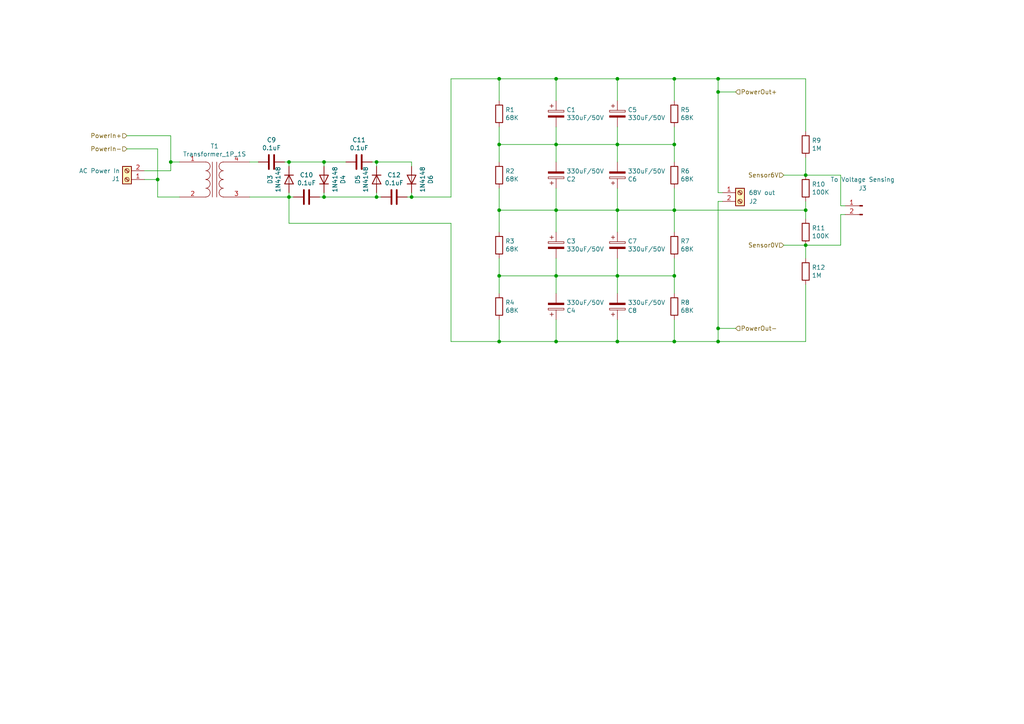
<source format=kicad_sch>
(kicad_sch (version 20211123) (generator eeschema)
  (paper "A4")
  (title_block (title "Mini Capacitor Bank") (date "2020-01-07") (rev "1"))
  (lib_symbols
    (symbol "Connector:Conn_01x02_Male" (pin_names (offset 1.016) hide)
      (property "Reference" "J" (at 0 2.54 0))
      (property "Value" "Conn_01x02_Male" (at 0 -5.08 0))
      (symbol "Conn_01x02_Male_1_1"
        (polyline (pts (xy 1.27 -2.54) (xy 0.8636 -2.54)) (stroke (width 0.1524)))
        (polyline (pts (xy 1.27 0) (xy 0.8636 0)) (stroke (width 0.1524)))
        (rectangle (start 0.8636 -2.413) (end 0 -2.667) (stroke (width 0.1524)) (fill (type outline)))
        (rectangle (start 0.8636 0.127) (end 0 -0.127) (stroke (width 0.1524)) (fill (type outline)))
        (pin passive line (at 5.08 0 180) (length 3.81) (name "Pin_1") (number "1"))
        (pin passive line (at 5.08 -2.54 180) (length 3.81) (name "Pin_2") (number "2"))
      )
    )
    (symbol "Connector:Screw_Terminal_01x02" (pin_names (offset 1.016) hide)
      (property "Reference" "J" (at 0 2.54 0))
      (property "Value" "Screw_Terminal_01x02" (at 0 -5.08 0))
      (symbol "Screw_Terminal_01x02_1_1"
        (rectangle (start -1.27 1.27) (end 1.27 -3.81) (stroke (width 0.254)) (fill (type background)))
        (circle (center 0 -2.54) (radius 0.635) (stroke (width 0.1524)))
        (polyline (pts (xy -0.5334 -2.2098) (xy 0.3302 -3.048)) (stroke (width 0.1524)))
        (polyline (pts (xy -0.5334 0.3302) (xy 0.3302 -0.508)) (stroke (width 0.1524)))
        (polyline (pts (xy -0.3556 -2.032) (xy 0.508 -2.8702)) (stroke (width 0.1524)))
        (polyline (pts (xy -0.3556 0.508) (xy 0.508 -0.3302)) (stroke (width 0.1524)))
        (circle (center 0 0) (radius 0.635) (stroke (width 0.1524)))
        (pin passive line (at -5.08 0 0) (length 3.81) (name "Pin_1") (number "1"))
        (pin passive line (at -5.08 -2.54 0) (length 3.81) (name "Pin_2") (number "2"))
      )
    )
    (symbol "Device:C" (pin_numbers hide) (pin_names (offset 0.254))
      (property "Reference" "C" (at 0.635 2.54 0))
      (property "Value" "C" (at 0.635 -2.54 0))
      (symbol "C_0_1"
        (polyline (pts (xy -2.032 -0.762) (xy 2.032 -0.762)) (stroke (width 0.508)))
        (polyline (pts (xy -2.032 0.762) (xy 2.032 0.762)) (stroke (width 0.508)))
      )
      (symbol "C_1_1"
        (pin passive line (at 0 3.81 270) (length 2.794) (name "~") (number "1"))
        (pin passive line (at 0 -3.81 90) (length 2.794) (name "~") (number "2"))
      )
    )
    (symbol "Device:C_Polarized" (pin_numbers hide) (pin_names (offset 0.254))
      (property "Reference" "C" (at 0.635 2.54 0))
      (property "Value" "C_Polarized" (at 0.635 -2.54 0))
      (symbol "C_Polarized_0_1"
        (rectangle (start -2.286 0.508) (end 2.286 1.016))
        (polyline (pts (xy -1.778 2.286) (xy -0.762 2.286)))
        (polyline (pts (xy -1.27 2.794) (xy -1.27 1.778)))
        (rectangle (start 2.286 -0.508) (end -2.286 -1.016) (fill (type outline)))
      )
      (symbol "C_Polarized_1_1"
        (pin passive line (at 0 3.81 270) (length 2.794) (name "~") (number "1"))
        (pin passive line (at 0 -3.81 90) (length 2.794) (name "~") (number "2"))
      )
    )
    (symbol "Device:R" (pin_numbers hide) (pin_names (offset 0))
      (property "Reference" "R" (at 2.032 0 90))
      (property "Value" "R" (at 0 0 90))
      (symbol "R_0_1"
        (rectangle (start -1.016 -2.54) (end 1.016 2.54) (stroke (width 0.254)))
      )
      (symbol "R_1_1"
        (pin passive line (at 0 3.81 270) (length 1.27) (name "~") (number "1"))
        (pin passive line (at 0 -3.81 90) (length 1.27) (name "~") (number "2"))
      )
    )
    (symbol "Device:Transformer_1P_1S" (pin_names (offset 1.016) hide)
      (property "Reference" "T" (at 0 6.35 0))
      (property "Value" "Transformer_1P_1S" (at 0 -7.62 0))
      (symbol "Transformer_1P_1S_0_1"
        (arc (start -2.54 -5.0546) (mid -1.6599 -4.6901) (end -1.27 -3.81))
        (arc (start -2.54 -2.5146) (mid -1.6599 -2.1501) (end -1.27 -1.27))
        (arc (start -2.54 0.0254) (mid -1.6599 0.3899) (end -1.27 1.27))
        (arc (start -2.54 2.5654) (mid -1.6599 2.9299) (end -1.27 3.81))
        (arc (start -1.27 -3.81) (mid -1.642 -2.912) (end -2.54 -2.54))
        (arc (start -1.27 -1.27) (mid -1.642 -0.372) (end -2.54 0))
        (arc (start -1.27 1.27) (mid -1.642 2.168) (end -2.54 2.54))
        (arc (start -1.27 3.81) (mid -1.642 4.708) (end -2.54 5.08))
        (polyline (pts (xy -0.635 5.08) (xy -0.635 -5.08)))
        (polyline (pts (xy 0.635 -5.08) (xy 0.635 5.08)))
        (arc (start 1.2954 -1.27) (mid 1.6599 -2.1501) (end 2.54 -2.5146))
        (arc (start 1.2954 1.27) (mid 1.6599 0.3899) (end 2.54 0.0254))
        (arc (start 1.2954 3.81) (mid 1.6599 2.9299) (end 2.54 2.5654))
        (arc (start 1.3208 -3.81) (mid 1.6853 -4.6901) (end 2.5654 -5.0546))
        (arc (start 2.54 0) (mid 1.642 -0.372) (end 1.2954 -1.27))
        (arc (start 2.54 2.54) (mid 1.642 2.168) (end 1.2954 1.27))
        (arc (start 2.54 5.08) (mid 1.642 4.708) (end 1.2954 3.81))
        (arc (start 2.5654 -2.54) (mid 1.6674 -2.912) (end 1.3208 -3.81))
      )
      (symbol "Transformer_1P_1S_1_1"
        (pin passive line (at -10.16 5.08 0) (length 7.62) (name "AA") (number "1"))
        (pin passive line (at -10.16 -5.08 0) (length 7.62) (name "AB") (number "2"))
        (pin passive line (at 10.16 -5.08 180) (length 7.62) (name "SA") (number "3"))
        (pin passive line (at 10.16 5.08 180) (length 7.62) (name "SB") (number "4"))
      )
    )
    (symbol "Diode:1N4007" (pin_numbers hide) (pin_names (offset 1.016) hide)
      (property "Reference" "D" (at 0 2.54 0))
      (property "Value" "1N4007" (at 0 -2.54 0))
      (symbol "1N4007_0_1"
        (polyline (pts (xy -1.27 1.27) (xy -1.27 -1.27)) (stroke (width 0.254)))
        (polyline (pts (xy 1.27 0) (xy -1.27 0)))
        (polyline (pts (xy 1.27 1.27) (xy 1.27 -1.27) (xy -1.27 0) (xy 1.27 1.27)) (stroke (width 0.254)))
      )
      (symbol "1N4007_1_1"
        (pin passive line (at -3.81 0 0) (length 2.54) (name "K") (number "1"))
        (pin passive line (at 3.81 0 180) (length 2.54) (name "A") (number "2"))
      )
    )
    (symbol "Diode:1N4148" (pin_numbers hide) (pin_names (offset 1.016) hide)
      (property "Reference" "D" (at 0 2.54 0))
      (property "Value" "1N4148" (at 0 -2.54 0))
      (symbol "1N4148_0_1"
        (polyline (pts (xy -1.27 1.27) (xy -1.27 -1.27)) (stroke (width 0.254)))
        (polyline (pts (xy 1.27 0) (xy -1.27 0)))
        (polyline (pts (xy 1.27 1.27) (xy 1.27 -1.27) (xy -1.27 0) (xy 1.27 1.27)) (stroke (width 0.254)))
      )
      (symbol "1N4148_1_1"
        (pin passive line (at -3.81 0 0) (length 2.54) (name "K") (number "1"))
        (pin passive line (at 3.81 0 180) (length 2.54) (name "A") (number "2"))
      )
    )
  )
  (junction (at 195.58 99.06))
  (junction (at 195.58 41.91))
  (junction (at 144.78 22.86))
  (junction (at 161.29 60.96))
  (junction (at 83.82 57.15))
  (junction (at 208.28 26.67))
  (junction (at 179.07 22.86))
  (junction (at 179.07 60.96))
  (junction (at 195.58 22.86))
  (junction (at 161.29 80.01))
  (junction (at 45.72 52.07))
  (junction (at 161.29 41.91))
  (junction (at 83.82 46.99))
  (junction (at 93.98 46.99))
  (junction (at 208.28 99.06))
  (junction (at 144.78 60.96))
  (junction (at 109.22 57.15))
  (junction (at 233.68 60.96))
  (junction (at 208.28 95.25))
  (junction (at 144.78 99.06))
  (junction (at 208.28 22.86))
  (junction (at 161.29 22.86))
  (junction (at 233.68 50.8))
  (junction (at 179.07 80.01))
  (junction (at 179.07 99.06))
  (junction (at 179.07 41.91))
  (junction (at 49.53 46.99))
  (junction (at 93.98 57.15))
  (junction (at 119.38 57.15))
  (junction (at 144.78 41.91))
  (junction (at 161.29 99.06))
  (junction (at 144.78 80.01))
  (junction (at 233.68 71.12))
  (junction (at 195.58 80.01))
  (junction (at 195.58 60.96))
  (junction (at 109.22 46.99))
  (wire (pts (xy 83.82 48.26) (xy 83.82 46.99)))
  (wire (pts (xy 93.98 46.99) (xy 100.33 46.99)))
  (wire (pts (xy 233.68 50.8) (xy 243.84 50.8)))
  (wire (pts (xy 119.38 57.15) (xy 130.81 57.15)))
  (wire (pts (xy 93.98 57.15) (xy 92.71 57.15)))
  (wire (pts (xy 119.38 46.99) (xy 119.38 48.26)))
  (wire (pts (xy 161.29 80.01) (xy 179.07 80.01)))
  (wire (pts (xy 109.22 48.26) (xy 109.22 46.99)))
  (wire (pts (xy 130.81 22.86) (xy 144.78 22.86)))
  (wire (pts (xy 144.78 92.71) (xy 144.78 99.06)))
  (wire (pts (xy 85.09 57.15) (xy 83.82 57.15)))
  (wire (pts (xy 227.33 71.12) (xy 233.68 71.12)))
  (wire (pts (xy 118.11 57.15) (xy 119.38 57.15)))
  (wire (pts (xy 227.33 50.8) (xy 233.68 50.8)))
  (wire (pts (xy 195.58 22.86) (xy 208.28 22.86)))
  (wire (pts (xy 161.29 99.06) (xy 179.07 99.06)))
  (wire (pts (xy 93.98 57.15) (xy 109.22 57.15)))
  (wire (pts (xy 179.07 74.93) (xy 179.07 80.01)))
  (wire (pts (xy 233.68 45.72) (xy 233.68 50.8)))
  (wire (pts (xy 245.11 59.69) (xy 243.84 59.69)))
  (wire (pts (xy 161.29 80.01) (xy 161.29 85.09)))
  (wire (pts (xy 144.78 36.83) (xy 144.78 41.91)))
  (wire (pts (xy 195.58 60.96) (xy 233.68 60.96)))
  (wire (pts (xy 107.95 46.99) (xy 109.22 46.99)))
  (wire (pts (xy 208.28 58.42) (xy 208.28 95.25)))
  (wire (pts (xy 161.29 41.91) (xy 179.07 41.91)))
  (wire (pts (xy 208.28 58.42) (xy 209.55 58.42)))
  (wire (pts (xy 233.68 22.86) (xy 233.68 38.1)))
  (wire (pts (xy 36.83 43.18) (xy 45.72 43.18)))
  (wire (pts (xy 144.78 60.96) (xy 144.78 67.31)))
  (wire (pts (xy 109.22 55.88) (xy 109.22 57.15)))
  (wire (pts (xy 144.78 80.01) (xy 161.29 80.01)))
  (wire (pts (xy 233.68 82.55) (xy 233.68 99.06)))
  (wire (pts (xy 130.81 99.06) (xy 144.78 99.06)))
  (wire (pts (xy 41.91 52.07) (xy 45.72 52.07)))
  (wire (pts (xy 161.29 41.91) (xy 161.29 46.99)))
  (wire (pts (xy 161.29 54.61) (xy 161.29 60.96)))
  (wire (pts (xy 144.78 41.91) (xy 161.29 41.91)))
  (wire (pts (xy 83.82 46.99) (xy 93.98 46.99)))
  (wire (pts (xy 83.82 55.88) (xy 83.82 57.15)))
  (wire (pts (xy 83.82 64.77) (xy 83.82 57.15)))
  (wire (pts (xy 161.29 22.86) (xy 179.07 22.86)))
  (wire (pts (xy 144.78 80.01) (xy 144.78 85.09)))
  (wire (pts (xy 109.22 46.99) (xy 119.38 46.99)))
  (wire (pts (xy 179.07 41.91) (xy 195.58 41.91)))
  (wire (pts (xy 179.07 80.01) (xy 179.07 85.09)))
  (wire (pts (xy 233.68 58.42) (xy 233.68 60.96)))
  (wire (pts (xy 195.58 74.93) (xy 195.58 80.01)))
  (wire (pts (xy 161.29 29.21) (xy 161.29 22.86)))
  (wire (pts (xy 49.53 39.37) (xy 49.53 46.99)))
  (wire (pts (xy 52.07 57.15) (xy 45.72 57.15)))
  (wire (pts (xy 130.81 64.77) (xy 83.82 64.77)))
  (wire (pts (xy 130.81 64.77) (xy 130.81 99.06)))
  (wire (pts (xy 195.58 54.61) (xy 195.58 60.96)))
  (wire (pts (xy 179.07 29.21) (xy 179.07 22.86)))
  (wire (pts (xy 195.58 41.91) (xy 195.58 46.99)))
  (wire (pts (xy 208.28 26.67) (xy 208.28 55.88)))
  (wire (pts (xy 233.68 60.96) (xy 233.68 63.5)))
  (wire (pts (xy 52.07 46.99) (xy 49.53 46.99)))
  (wire (pts (xy 243.84 62.23) (xy 243.84 71.12)))
  (wire (pts (xy 49.53 49.53) (xy 41.91 49.53)))
  (wire (pts (xy 195.58 22.86) (xy 195.58 29.21)))
  (wire (pts (xy 179.07 99.06) (xy 195.58 99.06)))
  (wire (pts (xy 144.78 41.91) (xy 144.78 46.99)))
  (wire (pts (xy 233.68 71.12) (xy 243.84 71.12)))
  (wire (pts (xy 144.78 60.96) (xy 161.29 60.96)))
  (wire (pts (xy 36.83 39.37) (xy 49.53 39.37)))
  (wire (pts (xy 74.93 46.99) (xy 72.39 46.99)))
  (wire (pts (xy 144.78 22.86) (xy 161.29 22.86)))
  (wire (pts (xy 233.68 71.12) (xy 233.68 74.93)))
  (wire (pts (xy 195.58 92.71) (xy 195.58 99.06)))
  (wire (pts (xy 93.98 55.88) (xy 93.98 57.15)))
  (wire (pts (xy 179.07 41.91) (xy 179.07 46.99)))
  (wire (pts (xy 144.78 74.93) (xy 144.78 80.01)))
  (wire (pts (xy 243.84 62.23) (xy 245.11 62.23)))
  (wire (pts (xy 144.78 22.86) (xy 144.78 29.21)))
  (wire (pts (xy 208.28 99.06) (xy 233.68 99.06)))
  (wire (pts (xy 195.58 80.01) (xy 195.58 85.09)))
  (wire (pts (xy 82.55 46.99) (xy 83.82 46.99)))
  (wire (pts (xy 144.78 54.61) (xy 144.78 60.96)))
  (wire (pts (xy 213.36 26.67) (xy 208.28 26.67)))
  (wire (pts (xy 110.49 57.15) (xy 109.22 57.15)))
  (wire (pts (xy 161.29 67.31) (xy 161.29 60.96)))
  (wire (pts (xy 195.58 99.06) (xy 208.28 99.06)))
  (wire (pts (xy 161.29 92.71) (xy 161.29 99.06)))
  (wire (pts (xy 179.07 60.96) (xy 195.58 60.96)))
  (wire (pts (xy 208.28 95.25) (xy 208.28 99.06)))
  (wire (pts (xy 161.29 36.83) (xy 161.29 41.91)))
  (wire (pts (xy 213.36 95.25) (xy 208.28 95.25)))
  (wire (pts (xy 161.29 74.93) (xy 161.29 80.01)))
  (wire (pts (xy 179.07 36.83) (xy 179.07 41.91)))
  (wire (pts (xy 161.29 60.96) (xy 179.07 60.96)))
  (wire (pts (xy 45.72 52.07) (xy 45.72 57.15)))
  (wire (pts (xy 144.78 99.06) (xy 161.29 99.06)))
  (wire (pts (xy 208.28 26.67) (xy 208.28 22.86)))
  (wire (pts (xy 179.07 54.61) (xy 179.07 60.96)))
  (wire (pts (xy 179.07 80.01) (xy 195.58 80.01)))
  (wire (pts (xy 209.55 55.88) (xy 208.28 55.88)))
  (wire (pts (xy 83.82 57.15) (xy 72.39 57.15)))
  (wire (pts (xy 49.53 46.99) (xy 49.53 49.53)))
  (wire (pts (xy 119.38 55.88) (xy 119.38 57.15)))
  (wire (pts (xy 195.58 36.83) (xy 195.58 41.91)))
  (wire (pts (xy 179.07 22.86) (xy 195.58 22.86)))
  (wire (pts (xy 179.07 92.71) (xy 179.07 99.06)))
  (wire (pts (xy 208.28 22.86) (xy 233.68 22.86)))
  (wire (pts (xy 130.81 22.86) (xy 130.81 57.15)))
  (wire (pts (xy 93.98 48.26) (xy 93.98 46.99)))
  (wire (pts (xy 179.07 67.31) (xy 179.07 60.96)))
  (wire (pts (xy 195.58 60.96) (xy 195.58 67.31)))
  (wire (pts (xy 45.72 43.18) (xy 45.72 52.07)))
  (wire (pts (xy 243.84 59.69) (xy 243.84 50.8)))
  (hierarchical_label "Sensor6V" (shape input) (at 227.33 50.8 180))
  (hierarchical_label "PowerIn+" (shape input) (at 36.83 39.37 180))
  (hierarchical_label "PowerIn-" (shape input) (at 36.83 43.18 180))
  (hierarchical_label "PowerOut-" (shape input) (at 213.36 95.25 0))
  (hierarchical_label "PowerOut+" (shape input) (at 213.36 26.67 0))
  (hierarchical_label "Sensor0V" (shape input) (at 227.33 71.12 180))
  (symbol (lib_id "Device:R") (at 144.78 33.02 0) (unit 1)
    (property "Reference" "R1" (at 146.558 31.8516 0) (effects (justify left)))
    (property "Value" "68K" (at 146.558 34.163 0) (effects (justify left)))
    (property "Footprint" "Resistor_THT:R_Axial_DIN0207_L6.3mm_D2.5mm_P7.62mm_Horizontal" (effects hide))
  )
  (symbol (lib_id "Device:R") (at 144.78 71.12 0) (unit 1)
    (property "Reference" "R3" (at 146.558 69.9516 0) (effects (justify left)))
    (property "Value" "68K" (at 146.558 72.263 0) (effects (justify left)))
    (property "Footprint" "Resistor_THT:R_Axial_DIN0207_L6.3mm_D2.5mm_P7.62mm_Horizontal" (effects hide))
  )
  (symbol (lib_id "Device:C_Polarized") (at 161.29 33.02 0) (unit 1)
    (property "Reference" "C1" (at 164.2872 31.8516 0) (effects (justify left)))
    (property "Value" "330uF/50V" (at 164.2872 34.163 0) (effects (justify left)))
    (property "Footprint" "Capacitor_THT:CP_Radial_D10.0mm_P5.00mm" (effects hide))
  )
  (symbol (lib_id "Device:C_Polarized") (at 179.07 33.02 0) (unit 1)
    (property "Reference" "C5" (at 182.0672 31.8516 0) (effects (justify left)))
    (property "Value" "330uF/50V" (at 182.0672 34.163 0) (effects (justify left)))
    (property "Footprint" "Capacitor_THT:CP_Radial_D10.0mm_P5.00mm" (effects hide))
  )
  (symbol (lib_id "Device:C_Polarized") (at 161.29 71.12 0) (unit 1)
    (property "Reference" "C3" (at 164.2872 69.9516 0) (effects (justify left)))
    (property "Value" "330uF/50V" (at 164.2872 72.263 0) (effects (justify left)))
    (property "Footprint" "Capacitor_THT:CP_Radial_D10.0mm_P5.00mm" (effects hide))
  )
  (symbol (lib_id "Device:C_Polarized") (at 179.07 71.12 0) (unit 1)
    (property "Reference" "C7" (at 182.0672 69.9516 0) (effects (justify left)))
    (property "Value" "330uF/50V" (at 182.0672 72.263 0) (effects (justify left)))
    (property "Footprint" "Capacitor_THT:CP_Radial_D10.0mm_P5.00mm" (effects hide))
  )
  (symbol (lib_id "Connector:Screw_Terminal_01x02") (at 214.63 55.88 0) (unit 1)
    (property "Reference" "J2" (at 218.44 58.42 0))
    (property "Value" "68V out" (at 220.98 55.88 0))
    (property "Footprint" "TerminalBlock:TerminalBlock_bornier-2_P5.08mm" (effects hide))
  )
  (symbol (lib_id "Diode:1N4148") (at 93.98 52.07 90) (unit 1)
    (property "Reference" "D4" (at 99.4664 52.07 0))
    (property "Value" "1N4148" (at 97.155 52.07 0))
    (property "Footprint" "Diode_THT:D_DO-35_SOD27_P7.62mm_Horizontal" (effects hide))
    (property "Datasheet" "https://assets.nexperia.com/documents/data-sheet/1N4148_1N4448.pdf" (effects hide))
  )
  (symbol (lib_id "Diode:1N4007") (at 83.82 52.07 270) (unit 1)
    (property "Reference" "D3" (at 78.3336 52.07 0))
    (property "Value" "1N4148" (at 80.645 52.07 0))
    (property "Footprint" "Diode_THT:D_DO-35_SOD27_P7.62mm_Horizontal" (effects hide))
    (property "Datasheet" "https://assets.nexperia.com/documents/data-sheet/1N4148_1N4448.pdf" (effects hide))
  )
  (symbol (lib_id "Device:C") (at 78.74 46.99 270) (unit 1)
    (property "Reference" "C9" (at 78.74 40.5892 90))
    (property "Value" "0.1uF" (at 78.74 42.9006 90))
    (property "Footprint" "Capacitor_THT:C_Disc_D4.7mm_W2.5mm_P5.00mm" (effects hide))
  )
  (symbol (lib_id "Device:C") (at 88.9 57.15 270) (unit 1)
    (property "Reference" "C10" (at 88.9 50.7492 90))
    (property "Value" "0.1uF" (at 88.9 53.0606 90))
    (property "Footprint" "Capacitor_THT:C_Disc_D4.7mm_W2.5mm_P5.00mm" (effects hide))
  )
  (symbol (lib_id "Connector:Screw_Terminal_01x02") (at 36.83 52.07 180) (unit 1)
    (property "Reference" "J1" (at 34.798 51.8668 0) (effects (justify left)))
    (property "Value" "AC Power In" (at 34.798 49.5554 0) (effects (justify left)))
    (property "Footprint" "TerminalBlock:TerminalBlock_bornier-2_P5.08mm" (effects hide))
  )
  (symbol (lib_id "Device:R") (at 233.68 54.61 0) (unit 1)
    (property "Reference" "R10" (at 235.458 53.4416 0) (effects (justify left)))
    (property "Value" "100K" (at 235.458 55.753 0) (effects (justify left)))
    (property "Footprint" "Resistor_THT:R_Axial_DIN0207_L6.3mm_D2.5mm_P7.62mm_Horizontal" (effects hide))
  )
  (symbol (lib_id "Device:R") (at 233.68 67.31 0) (unit 1)
    (property "Reference" "R11" (at 235.458 66.1416 0) (effects (justify left)))
    (property "Value" "100K" (at 235.458 68.453 0) (effects (justify left)))
    (property "Footprint" "Resistor_THT:R_Axial_DIN0207_L6.3mm_D2.5mm_P7.62mm_Horizontal" (effects hide))
  )
  (symbol (lib_id "Connector:Conn_01x02_Male") (at 250.19 59.69 0) (mirror y) (unit 1)
    (property "Reference" "J3" (at 250.19 54.61 0))
    (property "Value" "To Voltage Sensing" (at 250.19 52.07 0))
    (property "Footprint" "Connector_PinHeader_2.54mm:PinHeader_1x02_P2.54mm_Vertical" (effects hide))
  )
  (symbol (lib_id "Device:C") (at 104.14 46.99 270) (unit 1)
    (property "Reference" "C11" (at 104.14 40.5892 90))
    (property "Value" "0.1uF" (at 104.14 42.9006 90))
    (property "Footprint" "Capacitor_THT:C_Disc_D4.7mm_W2.5mm_P5.00mm" (effects hide))
  )
  (symbol (lib_id "Diode:1N4148") (at 109.22 52.07 270) (unit 1)
    (property "Reference" "D5" (at 103.7336 52.07 0))
    (property "Value" "1N4148" (at 106.045 52.07 0))
    (property "Footprint" "Diode_THT:D_DO-35_SOD27_P7.62mm_Horizontal" (effects hide))
    (property "Datasheet" "https://assets.nexperia.com/documents/data-sheet/1N4148_1N4448.pdf" (effects hide))
  )
  (symbol (lib_id "Diode:1N4148") (at 119.38 52.07 90) (unit 1)
    (property "Reference" "D6" (at 124.8664 52.07 0))
    (property "Value" "1N4148" (at 122.555 52.07 0))
    (property "Footprint" "Diode_THT:D_DO-35_SOD27_P7.62mm_Horizontal" (effects hide))
    (property "Datasheet" "https://assets.nexperia.com/documents/data-sheet/1N4148_1N4448.pdf" (effects hide))
  )
  (symbol (lib_id "Device:C") (at 114.3 57.15 270) (unit 1)
    (property "Reference" "C12" (at 114.3 50.7492 90))
    (property "Value" "0.1uF" (at 114.3 53.0606 90))
    (property "Footprint" "Capacitor_THT:C_Disc_D4.7mm_W2.5mm_P5.00mm" (effects hide))
  )
  (symbol (lib_id "Device:R") (at 233.68 41.91 0) (unit 1)
    (property "Reference" "R9" (at 235.458 40.7416 0) (effects (justify left)))
    (property "Value" "1M" (at 235.458 43.053 0) (effects (justify left)))
    (property "Footprint" "Resistor_THT:R_Axial_DIN0207_L6.3mm_D2.5mm_P7.62mm_Horizontal" (effects hide))
  )
  (symbol (lib_id "Device:R") (at 233.68 78.74 0) (unit 1)
    (property "Reference" "R12" (at 235.458 77.5716 0) (effects (justify left)))
    (property "Value" "1M" (at 235.458 79.883 0) (effects (justify left)))
    (property "Footprint" "Resistor_THT:R_Axial_DIN0207_L6.3mm_D2.5mm_P7.62mm_Horizontal" (effects hide))
  )
  (symbol (lib_id "Device:Transformer_1P_1S") (at 62.23 52.07 0) (unit 1)
    (property "Reference" "T1" (at 62.23 42.3926 0))
    (property "Value" "Transformer_1P_1S" (at 62.23 44.704 0))
  )
  (symbol (lib_id "Device:C_Polarized") (at 161.29 50.8 0) (mirror x) (unit 1)
    (property "Reference" "C2" (at 164.2872 51.9684 0) (effects (justify left)))
    (property "Value" "330uF/50V" (at 164.2872 49.657 0) (effects (justify left)))
    (property "Footprint" "Capacitor_THT:CP_Radial_D10.0mm_P5.00mm" (effects hide))
  )
  (symbol (lib_id "Device:C_Polarized") (at 179.07 50.8 0) (mirror x) (unit 1)
    (property "Reference" "C6" (at 182.0672 51.9684 0) (effects (justify left)))
    (property "Value" "330uF/50V" (at 182.0672 49.657 0) (effects (justify left)))
    (property "Footprint" "Capacitor_THT:CP_Radial_D10.0mm_P5.00mm" (effects hide))
  )
  (symbol (lib_id "Device:C_Polarized") (at 161.29 88.9 0) (mirror x) (unit 1)
    (property "Reference" "C4" (at 164.2872 90.0684 0) (effects (justify left)))
    (property "Value" "330uF/50V" (at 164.2872 87.757 0) (effects (justify left)))
    (property "Footprint" "Capacitor_THT:CP_Radial_D10.0mm_P5.00mm" (effects hide))
  )
  (symbol (lib_id "Device:C_Polarized") (at 179.07 88.9 0) (mirror x) (unit 1)
    (property "Reference" "C8" (at 182.0672 90.0684 0) (effects (justify left)))
    (property "Value" "330uF/50V" (at 182.0672 87.757 0) (effects (justify left)))
    (property "Footprint" "Capacitor_THT:CP_Radial_D10.0mm_P5.00mm" (effects hide))
  )
  (symbol (lib_id "Device:R") (at 144.78 50.8 0) (unit 1)
    (property "Reference" "R2" (at 146.558 49.6316 0) (effects (justify left)))
    (property "Value" "68K" (at 146.558 51.943 0) (effects (justify left)))
    (property "Footprint" "Resistor_THT:R_Axial_DIN0207_L6.3mm_D2.5mm_P7.62mm_Horizontal" (effects hide))
  )
  (symbol (lib_id "Device:R") (at 144.78 88.9 0) (unit 1)
    (property "Reference" "R4" (at 146.558 87.7316 0) (effects (justify left)))
    (property "Value" "68K" (at 146.558 90.043 0) (effects (justify left)))
    (property "Footprint" "Resistor_THT:R_Axial_DIN0207_L6.3mm_D2.5mm_P7.62mm_Horizontal" (effects hide))
  )
  (symbol (lib_id "Device:R") (at 195.58 33.02 0) (unit 1)
    (property "Reference" "R5" (at 197.358 31.8516 0) (effects (justify left)))
    (property "Value" "68K" (at 197.358 34.163 0) (effects (justify left)))
    (property "Footprint" "Resistor_THT:R_Axial_DIN0207_L6.3mm_D2.5mm_P7.62mm_Horizontal" (effects hide))
  )
  (symbol (lib_id "Device:R") (at 195.58 71.12 0) (unit 1)
    (property "Reference" "R7" (at 197.358 69.9516 0) (effects (justify left)))
    (property "Value" "68K" (at 197.358 72.263 0) (effects (justify left)))
    (property "Footprint" "Resistor_THT:R_Axial_DIN0207_L6.3mm_D2.5mm_P7.62mm_Horizontal" (effects hide))
  )
  (symbol (lib_id "Device:R") (at 195.58 50.8 0) (unit 1)
    (property "Reference" "R6" (at 197.358 49.6316 0) (effects (justify left)))
    (property "Value" "68K" (at 197.358 51.943 0) (effects (justify left)))
    (property "Footprint" "Resistor_THT:R_Axial_DIN0207_L6.3mm_D2.5mm_P7.62mm_Horizontal" (effects hide))
  )
  (symbol (lib_id "Device:R") (at 195.58 88.9 0) (unit 1)
    (property "Reference" "R8" (at 197.358 87.7316 0) (effects (justify left)))
    (property "Value" "68K" (at 197.358 90.043 0) (effects (justify left)))
    (property "Footprint" "Resistor_THT:R_Axial_DIN0207_L6.3mm_D2.5mm_P7.62mm_Horizontal" (effects hide))
  )
)
</source>
